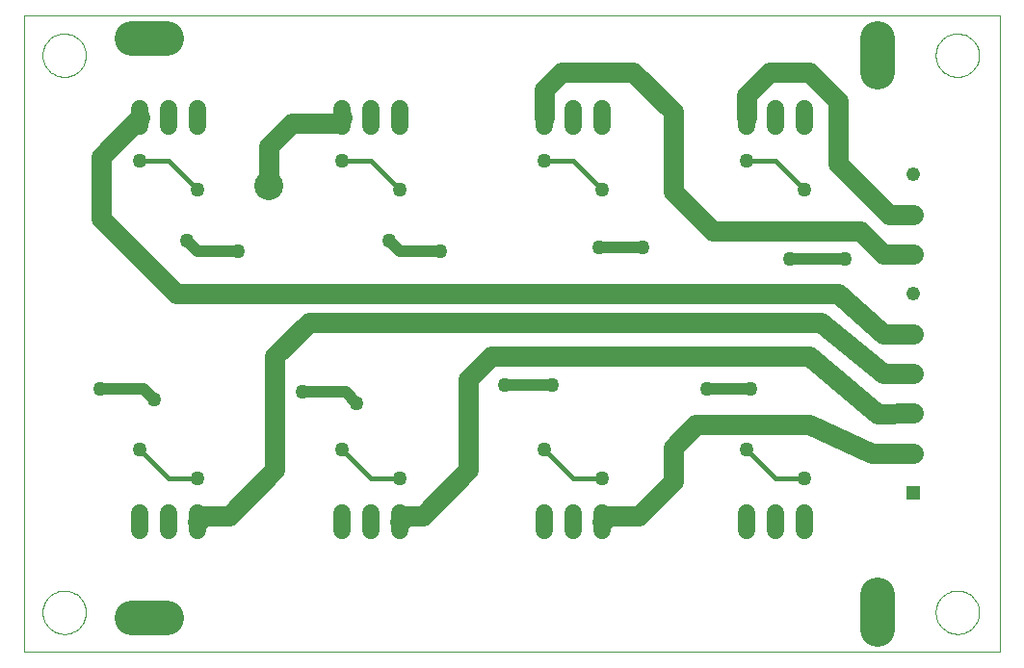
<source format=gbl>
G75*
G70*
%OFA0B0*%
%FSLAX24Y24*%
%IPPOS*%
%LPD*%
%AMOC8*
5,1,8,0,0,1.08239X$1,22.5*
%
%ADD10C,0.0000*%
%ADD11C,0.0600*%
%ADD12R,0.0480X0.0480*%
%ADD13C,0.0480*%
%ADD14C,0.1185*%
%ADD15C,0.0500*%
%ADD16C,0.0400*%
%ADD17C,0.0700*%
%ADD18C,0.0160*%
%ADD19C,0.1000*%
D10*
X000101Y000101D02*
X000101Y022148D01*
X033843Y022148D01*
X033843Y000101D01*
X000101Y000101D01*
X000729Y001479D02*
X000731Y001533D01*
X000737Y001587D01*
X000747Y001640D01*
X000760Y001693D01*
X000777Y001744D01*
X000798Y001794D01*
X000823Y001842D01*
X000851Y001889D01*
X000882Y001933D01*
X000916Y001975D01*
X000953Y002014D01*
X000993Y002051D01*
X001036Y002084D01*
X001081Y002115D01*
X001128Y002142D01*
X001176Y002165D01*
X001227Y002185D01*
X001278Y002202D01*
X001331Y002214D01*
X001384Y002223D01*
X001438Y002228D01*
X001493Y002229D01*
X001547Y002226D01*
X001600Y002219D01*
X001653Y002208D01*
X001706Y002194D01*
X001757Y002176D01*
X001806Y002154D01*
X001854Y002129D01*
X001900Y002100D01*
X001944Y002068D01*
X001985Y002033D01*
X002023Y001995D01*
X002059Y001954D01*
X002092Y001911D01*
X002122Y001866D01*
X002148Y001818D01*
X002171Y001769D01*
X002190Y001718D01*
X002205Y001667D01*
X002217Y001614D01*
X002225Y001560D01*
X002229Y001506D01*
X002229Y001452D01*
X002225Y001398D01*
X002217Y001344D01*
X002205Y001291D01*
X002190Y001240D01*
X002171Y001189D01*
X002148Y001140D01*
X002122Y001092D01*
X002092Y001047D01*
X002059Y001004D01*
X002023Y000963D01*
X001985Y000925D01*
X001944Y000890D01*
X001900Y000858D01*
X001854Y000829D01*
X001806Y000804D01*
X001757Y000782D01*
X001706Y000764D01*
X001653Y000750D01*
X001600Y000739D01*
X001547Y000732D01*
X001493Y000729D01*
X001438Y000730D01*
X001384Y000735D01*
X001331Y000744D01*
X001278Y000756D01*
X001227Y000773D01*
X001176Y000793D01*
X001128Y000816D01*
X001081Y000843D01*
X001036Y000874D01*
X000993Y000907D01*
X000953Y000944D01*
X000916Y000983D01*
X000882Y001025D01*
X000851Y001069D01*
X000823Y001116D01*
X000798Y001164D01*
X000777Y001214D01*
X000760Y001265D01*
X000747Y001318D01*
X000737Y001371D01*
X000731Y001425D01*
X000729Y001479D01*
X000729Y020770D02*
X000731Y020824D01*
X000737Y020878D01*
X000747Y020931D01*
X000760Y020984D01*
X000777Y021035D01*
X000798Y021085D01*
X000823Y021133D01*
X000851Y021180D01*
X000882Y021224D01*
X000916Y021266D01*
X000953Y021305D01*
X000993Y021342D01*
X001036Y021375D01*
X001081Y021406D01*
X001128Y021433D01*
X001176Y021456D01*
X001227Y021476D01*
X001278Y021493D01*
X001331Y021505D01*
X001384Y021514D01*
X001438Y021519D01*
X001493Y021520D01*
X001547Y021517D01*
X001600Y021510D01*
X001653Y021499D01*
X001706Y021485D01*
X001757Y021467D01*
X001806Y021445D01*
X001854Y021420D01*
X001900Y021391D01*
X001944Y021359D01*
X001985Y021324D01*
X002023Y021286D01*
X002059Y021245D01*
X002092Y021202D01*
X002122Y021157D01*
X002148Y021109D01*
X002171Y021060D01*
X002190Y021009D01*
X002205Y020958D01*
X002217Y020905D01*
X002225Y020851D01*
X002229Y020797D01*
X002229Y020743D01*
X002225Y020689D01*
X002217Y020635D01*
X002205Y020582D01*
X002190Y020531D01*
X002171Y020480D01*
X002148Y020431D01*
X002122Y020383D01*
X002092Y020338D01*
X002059Y020295D01*
X002023Y020254D01*
X001985Y020216D01*
X001944Y020181D01*
X001900Y020149D01*
X001854Y020120D01*
X001806Y020095D01*
X001757Y020073D01*
X001706Y020055D01*
X001653Y020041D01*
X001600Y020030D01*
X001547Y020023D01*
X001493Y020020D01*
X001438Y020021D01*
X001384Y020026D01*
X001331Y020035D01*
X001278Y020047D01*
X001227Y020064D01*
X001176Y020084D01*
X001128Y020107D01*
X001081Y020134D01*
X001036Y020165D01*
X000993Y020198D01*
X000953Y020235D01*
X000916Y020274D01*
X000882Y020316D01*
X000851Y020360D01*
X000823Y020407D01*
X000798Y020455D01*
X000777Y020505D01*
X000760Y020556D01*
X000747Y020609D01*
X000737Y020662D01*
X000731Y020716D01*
X000729Y020770D01*
X031634Y020770D02*
X031636Y020824D01*
X031642Y020878D01*
X031652Y020931D01*
X031665Y020984D01*
X031682Y021035D01*
X031703Y021085D01*
X031728Y021133D01*
X031756Y021180D01*
X031787Y021224D01*
X031821Y021266D01*
X031858Y021305D01*
X031898Y021342D01*
X031941Y021375D01*
X031986Y021406D01*
X032033Y021433D01*
X032081Y021456D01*
X032132Y021476D01*
X032183Y021493D01*
X032236Y021505D01*
X032289Y021514D01*
X032343Y021519D01*
X032398Y021520D01*
X032452Y021517D01*
X032505Y021510D01*
X032558Y021499D01*
X032611Y021485D01*
X032662Y021467D01*
X032711Y021445D01*
X032759Y021420D01*
X032805Y021391D01*
X032849Y021359D01*
X032890Y021324D01*
X032928Y021286D01*
X032964Y021245D01*
X032997Y021202D01*
X033027Y021157D01*
X033053Y021109D01*
X033076Y021060D01*
X033095Y021009D01*
X033110Y020958D01*
X033122Y020905D01*
X033130Y020851D01*
X033134Y020797D01*
X033134Y020743D01*
X033130Y020689D01*
X033122Y020635D01*
X033110Y020582D01*
X033095Y020531D01*
X033076Y020480D01*
X033053Y020431D01*
X033027Y020383D01*
X032997Y020338D01*
X032964Y020295D01*
X032928Y020254D01*
X032890Y020216D01*
X032849Y020181D01*
X032805Y020149D01*
X032759Y020120D01*
X032711Y020095D01*
X032662Y020073D01*
X032611Y020055D01*
X032558Y020041D01*
X032505Y020030D01*
X032452Y020023D01*
X032398Y020020D01*
X032343Y020021D01*
X032289Y020026D01*
X032236Y020035D01*
X032183Y020047D01*
X032132Y020064D01*
X032081Y020084D01*
X032033Y020107D01*
X031986Y020134D01*
X031941Y020165D01*
X031898Y020198D01*
X031858Y020235D01*
X031821Y020274D01*
X031787Y020316D01*
X031756Y020360D01*
X031728Y020407D01*
X031703Y020455D01*
X031682Y020505D01*
X031665Y020556D01*
X031652Y020609D01*
X031642Y020662D01*
X031636Y020716D01*
X031634Y020770D01*
X031634Y001479D02*
X031636Y001533D01*
X031642Y001587D01*
X031652Y001640D01*
X031665Y001693D01*
X031682Y001744D01*
X031703Y001794D01*
X031728Y001842D01*
X031756Y001889D01*
X031787Y001933D01*
X031821Y001975D01*
X031858Y002014D01*
X031898Y002051D01*
X031941Y002084D01*
X031986Y002115D01*
X032033Y002142D01*
X032081Y002165D01*
X032132Y002185D01*
X032183Y002202D01*
X032236Y002214D01*
X032289Y002223D01*
X032343Y002228D01*
X032398Y002229D01*
X032452Y002226D01*
X032505Y002219D01*
X032558Y002208D01*
X032611Y002194D01*
X032662Y002176D01*
X032711Y002154D01*
X032759Y002129D01*
X032805Y002100D01*
X032849Y002068D01*
X032890Y002033D01*
X032928Y001995D01*
X032964Y001954D01*
X032997Y001911D01*
X033027Y001866D01*
X033053Y001818D01*
X033076Y001769D01*
X033095Y001718D01*
X033110Y001667D01*
X033122Y001614D01*
X033130Y001560D01*
X033134Y001506D01*
X033134Y001452D01*
X033130Y001398D01*
X033122Y001344D01*
X033110Y001291D01*
X033095Y001240D01*
X033076Y001189D01*
X033053Y001140D01*
X033027Y001092D01*
X032997Y001047D01*
X032964Y001004D01*
X032928Y000963D01*
X032890Y000925D01*
X032849Y000890D01*
X032805Y000858D01*
X032759Y000829D01*
X032711Y000804D01*
X032662Y000782D01*
X032611Y000764D01*
X032558Y000750D01*
X032505Y000739D01*
X032452Y000732D01*
X032398Y000729D01*
X032343Y000730D01*
X032289Y000735D01*
X032236Y000744D01*
X032183Y000756D01*
X032132Y000773D01*
X032081Y000793D01*
X032033Y000816D01*
X031986Y000843D01*
X031941Y000874D01*
X031898Y000907D01*
X031858Y000944D01*
X031821Y000983D01*
X031787Y001025D01*
X031756Y001069D01*
X031728Y001116D01*
X031703Y001164D01*
X031682Y001214D01*
X031665Y001265D01*
X031652Y001318D01*
X031642Y001371D01*
X031636Y001425D01*
X031634Y001479D01*
D11*
X027101Y004301D02*
X027101Y004901D01*
X026101Y004901D02*
X026101Y004301D01*
X025101Y004301D02*
X025101Y004901D01*
X020101Y004901D02*
X020101Y004301D01*
X019101Y004301D02*
X019101Y004901D01*
X018101Y004901D02*
X018101Y004301D01*
X013101Y004301D02*
X013101Y004901D01*
X012101Y004901D02*
X012101Y004301D01*
X011101Y004301D02*
X011101Y004901D01*
X006101Y004901D02*
X006101Y004301D01*
X005101Y004301D02*
X005101Y004901D01*
X004101Y004901D02*
X004101Y004301D01*
X004101Y018301D02*
X004101Y018901D01*
X005101Y018901D02*
X005101Y018301D01*
X006101Y018301D02*
X006101Y018901D01*
X011101Y018901D02*
X011101Y018301D01*
X012101Y018301D02*
X012101Y018901D01*
X013101Y018901D02*
X013101Y018301D01*
X018101Y018301D02*
X018101Y018901D01*
X019101Y018901D02*
X019101Y018301D01*
X020101Y018301D02*
X020101Y018901D01*
X025101Y018901D02*
X025101Y018301D01*
X026101Y018301D02*
X026101Y018901D01*
X027101Y018901D02*
X027101Y018301D01*
D12*
X030845Y005613D03*
D13*
X030845Y006991D03*
X030845Y008369D03*
X030845Y009746D03*
X030845Y011124D03*
X030845Y012502D03*
X030845Y013880D03*
X030845Y015258D03*
X030845Y016636D03*
D14*
X029628Y020178D02*
X029628Y021363D01*
X005024Y021361D02*
X003839Y021361D01*
X029628Y002071D02*
X029628Y000886D01*
X005024Y001282D02*
X003839Y001282D01*
D15*
X006101Y006101D03*
X004101Y007101D03*
X004601Y008851D03*
X002726Y009226D03*
X007476Y013976D03*
X005726Y014351D03*
X006101Y016101D03*
X004101Y017101D03*
X011101Y017101D03*
X013101Y016101D03*
X012726Y014351D03*
X014476Y013976D03*
X018101Y017101D03*
X020101Y016101D03*
X019976Y014101D03*
X021476Y014101D03*
X025101Y017101D03*
X027101Y016101D03*
X026601Y013726D03*
X028476Y013726D03*
X025226Y009226D03*
X023726Y009226D03*
X025101Y007101D03*
X027101Y006101D03*
X020101Y006101D03*
X018101Y007101D03*
X018351Y009351D03*
X016726Y009351D03*
X013101Y006101D03*
X011101Y007101D03*
X011601Y008726D03*
X009726Y009101D03*
D16*
X011226Y009101D01*
X011601Y008726D01*
X016726Y009351D02*
X018351Y009351D01*
X023726Y009226D02*
X025226Y009226D01*
X026601Y013726D02*
X028476Y013726D01*
X021476Y014101D02*
X019976Y014101D01*
X014476Y013976D02*
X013101Y013976D01*
X012726Y014351D01*
X007476Y013976D02*
X006101Y013976D01*
X005726Y014351D01*
X004226Y009226D02*
X002726Y009226D01*
X004226Y009226D02*
X004601Y008851D01*
D17*
X008762Y010337D02*
X008762Y006400D01*
X007187Y004825D01*
X006325Y004825D01*
X006101Y004601D01*
X013101Y004601D02*
X013325Y004825D01*
X013880Y004825D01*
X015455Y006400D01*
X015455Y009550D01*
X016243Y010337D01*
X027266Y010337D01*
X029636Y008361D01*
X030845Y008369D01*
X030845Y009746D02*
X029833Y009739D01*
X027660Y011518D01*
X009943Y011518D01*
X008762Y010337D01*
X005365Y012502D02*
X002766Y015101D01*
X002766Y017266D01*
X004101Y018601D01*
X008565Y017620D02*
X008565Y016243D01*
X008565Y017620D02*
X009353Y018408D01*
X010908Y018408D01*
X011101Y018601D01*
X018101Y018601D02*
X018101Y019589D01*
X018691Y020180D01*
X021164Y020180D01*
X022542Y018802D01*
X022542Y016046D01*
X023920Y014668D01*
X029038Y014668D01*
X029833Y013872D01*
X030845Y013880D01*
X030845Y015258D02*
X030030Y015250D01*
X028250Y017030D01*
X028250Y019195D01*
X027266Y020180D01*
X025888Y020180D01*
X025101Y019392D01*
X025101Y018601D01*
X028250Y012502D02*
X005365Y012502D01*
X020101Y004601D02*
X020325Y004825D01*
X021361Y004825D01*
X022542Y006006D01*
X022542Y007187D01*
X023329Y007975D01*
X027266Y007975D01*
X029439Y006983D01*
X030845Y006991D01*
X030845Y011124D02*
X029833Y011117D01*
X028250Y012502D01*
D18*
X027101Y016101D02*
X026101Y017101D01*
X025101Y017101D01*
X020101Y016101D02*
X019101Y017101D01*
X018101Y017101D01*
X013101Y016101D02*
X012101Y017101D01*
X011101Y017101D01*
X006101Y016101D02*
X005101Y017101D01*
X004101Y017101D01*
X004101Y007101D02*
X005101Y006101D01*
X006101Y006101D01*
X011101Y007101D02*
X012101Y006101D01*
X013101Y006101D01*
X018101Y007101D02*
X019101Y006101D01*
X020101Y006101D01*
X025101Y007101D02*
X026101Y006101D01*
X027101Y006101D01*
D19*
X008565Y016243D03*
M02*

</source>
